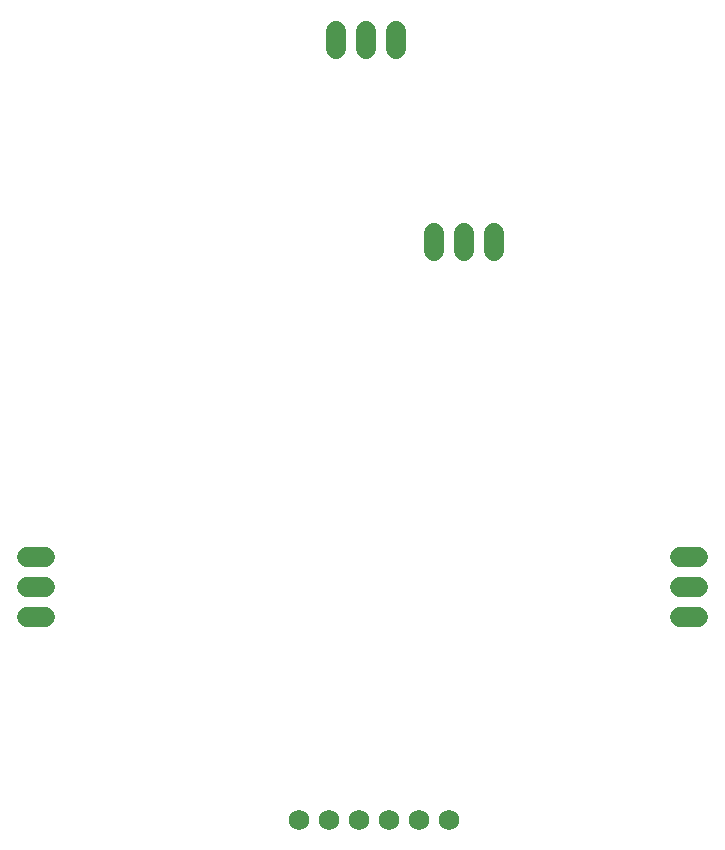
<source format=gbr>
G04 EAGLE Gerber RS-274X export*
G75*
%MOMM*%
%FSLAX34Y34*%
%LPD*%
%INSoldermask Bottom*%
%IPPOS*%
%AMOC8*
5,1,8,0,0,1.08239X$1,22.5*%
G01*
%ADD10C,1.727200*%
%ADD11C,1.727200*%


D10*
X317500Y57150D03*
X292100Y57150D03*
X266700Y57150D03*
X342900Y57150D03*
X368300Y57150D03*
X393700Y57150D03*
D11*
X381000Y538480D02*
X381000Y553720D01*
X406400Y553720D02*
X406400Y538480D01*
X431800Y538480D02*
X431800Y553720D01*
X589280Y228600D02*
X604520Y228600D01*
X604520Y254000D02*
X589280Y254000D01*
X589280Y279400D02*
X604520Y279400D01*
X52070Y279400D02*
X36830Y279400D01*
X36830Y254000D02*
X52070Y254000D01*
X52070Y228600D02*
X36830Y228600D01*
X349250Y709930D02*
X349250Y725170D01*
X323850Y725170D02*
X323850Y709930D01*
X298450Y709930D02*
X298450Y725170D01*
M02*

</source>
